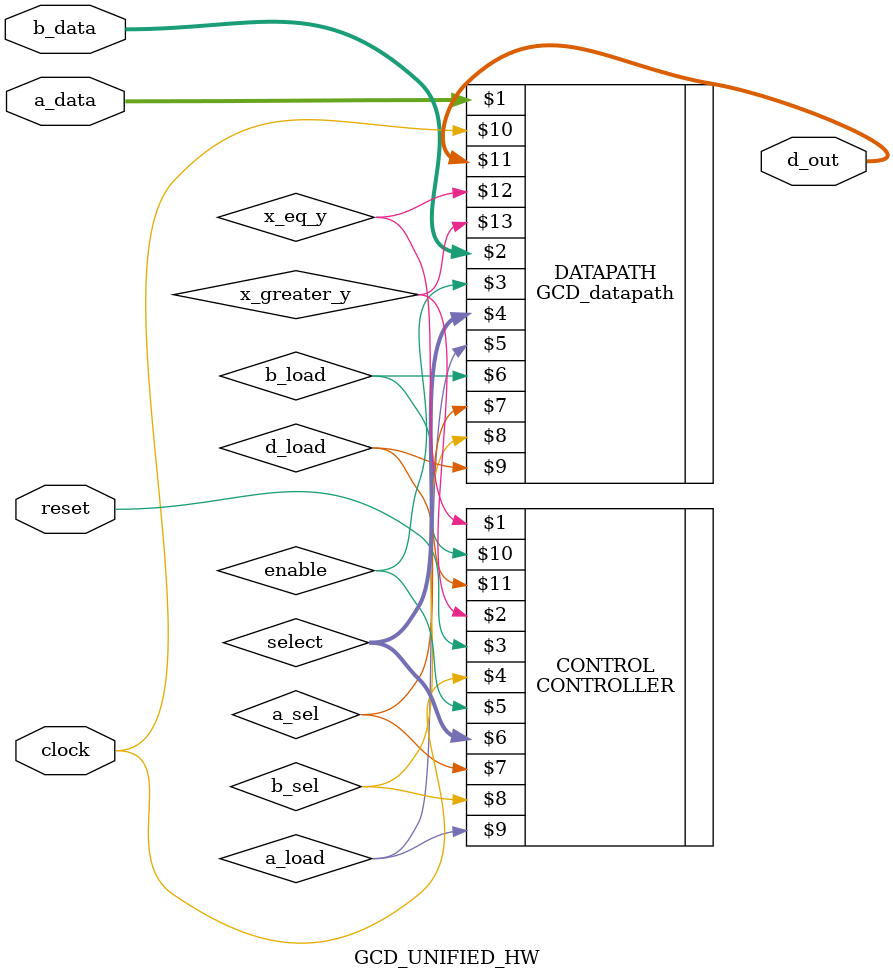
<source format=v>
`timescale 1ns / 1ps

module GCD_UNIFIED_HW(a_data,b_data,reset,clock,d_out);

input [3:0] a_data;
input [3:0] b_data;
input reset;
input clock;
output [3:0] d_out;

wire enable;
wire [3:0] select;
wire a_load,b_load;
wire a_sel,b_sel;
wire d_load;
wire x_eq_y,x_greater_y;

GCD_datapath DATAPATH(a_data,b_data,enable,select,a_load,b_load,a_sel,
b_sel,d_load,clock,d_out,x_eq_y,x_greater_y);

CONTROLLER CONTROL(x_eq_y,x_greater_y,reset,clock,enable,select,
a_sel,b_sel,a_load,b_load,d_load);

endmodule

</source>
